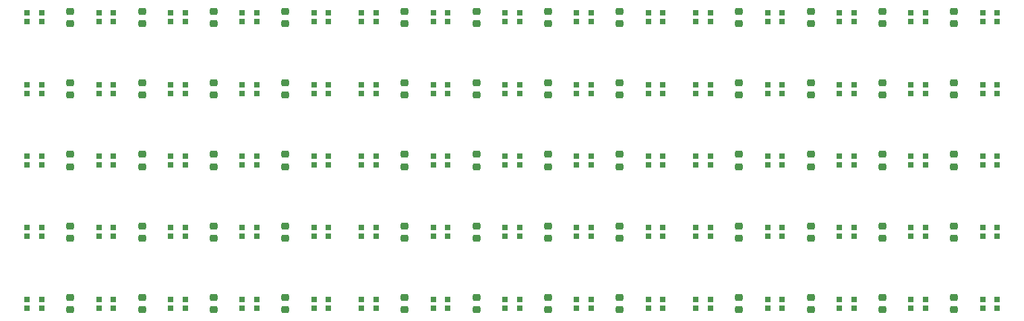
<source format=gbr>
%TF.GenerationSoftware,KiCad,Pcbnew,(6.0.0-0)*%
%TF.CreationDate,2022-10-21T10:58:34+11:00*%
%TF.ProjectId,cube_face_panel,63756265-5f66-4616-9365-5f70616e656c,rev?*%
%TF.SameCoordinates,Original*%
%TF.FileFunction,Paste,Top*%
%TF.FilePolarity,Positive*%
%FSLAX46Y46*%
G04 Gerber Fmt 4.6, Leading zero omitted, Abs format (unit mm)*
G04 Created by KiCad (PCBNEW (6.0.0-0)) date 2022-10-21 10:58:34*
%MOMM*%
%LPD*%
G01*
G04 APERTURE LIST*
G04 Aperture macros list*
%AMRoundRect*
0 Rectangle with rounded corners*
0 $1 Rounding radius*
0 $2 $3 $4 $5 $6 $7 $8 $9 X,Y pos of 4 corners*
0 Add a 4 corners polygon primitive as box body*
4,1,4,$2,$3,$4,$5,$6,$7,$8,$9,$2,$3,0*
0 Add four circle primitives for the rounded corners*
1,1,$1+$1,$2,$3*
1,1,$1+$1,$4,$5*
1,1,$1+$1,$6,$7*
1,1,$1+$1,$8,$9*
0 Add four rect primitives between the rounded corners*
20,1,$1+$1,$2,$3,$4,$5,0*
20,1,$1+$1,$4,$5,$6,$7,0*
20,1,$1+$1,$6,$7,$8,$9,0*
20,1,$1+$1,$8,$9,$2,$3,0*%
G04 Aperture macros list end*
%ADD10RoundRect,0.225000X0.250000X-0.225000X0.250000X0.225000X-0.250000X0.225000X-0.250000X-0.225000X0*%
%ADD11RoundRect,0.225000X-0.250000X0.225000X-0.250000X-0.225000X0.250000X-0.225000X0.250000X0.225000X0*%
%ADD12R,0.700000X0.700000*%
G04 APERTURE END LIST*
D10*
%TO.C,C9*%
X111500000Y-75775000D03*
X111500000Y-74225000D03*
%TD*%
D11*
%TO.C,C35*%
X171500000Y-83225000D03*
X171500000Y-84775000D03*
%TD*%
D10*
%TO.C,C31*%
X171500000Y-75775000D03*
X171500000Y-74225000D03*
%TD*%
D11*
%TO.C,C16*%
X138500000Y-83225000D03*
X138500000Y-84775000D03*
%TD*%
%TO.C,C5*%
X111500000Y-65225000D03*
X111500000Y-66775000D03*
%TD*%
%TO.C,C47*%
X213500000Y-65225000D03*
X213500000Y-66775000D03*
%TD*%
D10*
%TO.C,C10*%
X120500000Y-75775000D03*
X120500000Y-74225000D03*
%TD*%
%TO.C,C37*%
X153500000Y-93775000D03*
X153500000Y-92225000D03*
%TD*%
%TO.C,C1*%
X111500000Y-57775000D03*
X111500000Y-56225000D03*
%TD*%
%TO.C,C57*%
X195500000Y-93775000D03*
X195500000Y-92225000D03*
%TD*%
D11*
%TO.C,C34*%
X162500000Y-83225000D03*
X162500000Y-84775000D03*
%TD*%
D10*
%TO.C,C21*%
X153500000Y-57775000D03*
X153500000Y-56225000D03*
%TD*%
%TO.C,C12*%
X138500000Y-75775000D03*
X138500000Y-74225000D03*
%TD*%
D11*
%TO.C,C14*%
X120500000Y-83225000D03*
X120500000Y-84775000D03*
%TD*%
D10*
%TO.C,C51*%
X213500000Y-75775000D03*
X213500000Y-74225000D03*
%TD*%
D11*
%TO.C,C25*%
X153500000Y-65225000D03*
X153500000Y-66775000D03*
%TD*%
D10*
%TO.C,C29*%
X153500000Y-75775000D03*
X153500000Y-74225000D03*
%TD*%
D11*
%TO.C,C56*%
X222500000Y-83225000D03*
X222500000Y-84775000D03*
%TD*%
%TO.C,C48*%
X222500000Y-65225000D03*
X222500000Y-66775000D03*
%TD*%
D10*
%TO.C,C59*%
X213500000Y-93775000D03*
X213500000Y-92225000D03*
%TD*%
D11*
%TO.C,C28*%
X180500000Y-65225000D03*
X180500000Y-66775000D03*
%TD*%
D10*
%TO.C,C3*%
X129500000Y-57775000D03*
X129500000Y-56225000D03*
%TD*%
%TO.C,C39*%
X171500000Y-93775000D03*
X171500000Y-92225000D03*
%TD*%
D11*
%TO.C,C26*%
X162500000Y-65225000D03*
X162500000Y-66775000D03*
%TD*%
D10*
%TO.C,C43*%
X213500000Y-57775000D03*
X213500000Y-56225000D03*
%TD*%
D11*
%TO.C,C36*%
X180500000Y-83225000D03*
X180500000Y-84775000D03*
%TD*%
%TO.C,C27*%
X171500000Y-65225000D03*
X171500000Y-66775000D03*
%TD*%
D10*
%TO.C,C32*%
X180500000Y-75775000D03*
X180500000Y-74225000D03*
%TD*%
D11*
%TO.C,C15*%
X129500000Y-83225000D03*
X129500000Y-84775000D03*
%TD*%
%TO.C,C8*%
X138500000Y-65225000D03*
X138500000Y-66775000D03*
%TD*%
D10*
%TO.C,C58*%
X204500000Y-93775000D03*
X204500000Y-92225000D03*
%TD*%
%TO.C,C2*%
X120500000Y-57775000D03*
X120500000Y-56225000D03*
%TD*%
%TO.C,C22*%
X162500000Y-57775000D03*
X162500000Y-56225000D03*
%TD*%
%TO.C,C17*%
X111500000Y-93775000D03*
X111500000Y-92225000D03*
%TD*%
D11*
%TO.C,C45*%
X195500000Y-65225000D03*
X195500000Y-66775000D03*
%TD*%
D10*
%TO.C,C19*%
X129500000Y-93775000D03*
X129500000Y-92225000D03*
%TD*%
D11*
%TO.C,C53*%
X195500000Y-83225000D03*
X195500000Y-84775000D03*
%TD*%
D10*
%TO.C,C4*%
X138500000Y-57775000D03*
X138500000Y-56225000D03*
%TD*%
%TO.C,C23*%
X171500000Y-57775000D03*
X171500000Y-56225000D03*
%TD*%
%TO.C,C60*%
X222500000Y-93775000D03*
X222500000Y-92225000D03*
%TD*%
D11*
%TO.C,C54*%
X204500000Y-83225000D03*
X204500000Y-84775000D03*
%TD*%
D10*
%TO.C,C20*%
X138500000Y-93775000D03*
X138500000Y-92225000D03*
%TD*%
%TO.C,C24*%
X180500000Y-57775000D03*
X180500000Y-56225000D03*
%TD*%
D11*
%TO.C,C33*%
X153500000Y-83225000D03*
X153500000Y-84775000D03*
%TD*%
%TO.C,C46*%
X204500000Y-65225000D03*
X204500000Y-66775000D03*
%TD*%
D10*
%TO.C,C41*%
X195500000Y-57775000D03*
X195500000Y-56225000D03*
%TD*%
%TO.C,C52*%
X222500000Y-75775000D03*
X222500000Y-74225000D03*
%TD*%
%TO.C,C38*%
X162500000Y-93775000D03*
X162500000Y-92225000D03*
%TD*%
%TO.C,C11*%
X129500000Y-75775000D03*
X129500000Y-74225000D03*
%TD*%
%TO.C,C44*%
X222500000Y-57775000D03*
X222500000Y-56225000D03*
%TD*%
D11*
%TO.C,C13*%
X111500000Y-83225000D03*
X111500000Y-84775000D03*
%TD*%
D10*
%TO.C,C42*%
X204500000Y-57775000D03*
X204500000Y-56225000D03*
%TD*%
D11*
%TO.C,C7*%
X129500000Y-65225000D03*
X129500000Y-66775000D03*
%TD*%
D10*
%TO.C,C30*%
X162500000Y-75775000D03*
X162500000Y-74225000D03*
%TD*%
D11*
%TO.C,C6*%
X120500000Y-65225000D03*
X120500000Y-66775000D03*
%TD*%
%TO.C,C55*%
X213500000Y-83225000D03*
X213500000Y-84775000D03*
%TD*%
D10*
%TO.C,C49*%
X195500000Y-75775000D03*
X195500000Y-74225000D03*
%TD*%
%TO.C,C18*%
X120500000Y-93775000D03*
X120500000Y-92225000D03*
%TD*%
%TO.C,C50*%
X204500000Y-75775000D03*
X204500000Y-74225000D03*
%TD*%
%TO.C,C40*%
X180500000Y-93775000D03*
X180500000Y-92225000D03*
%TD*%
D12*
%TO.C,D33*%
X158915000Y-75550000D03*
X158915000Y-74450000D03*
X157085000Y-74450000D03*
X157085000Y-75550000D03*
%TD*%
%TO.C,D38*%
X167915000Y-75550000D03*
X167915000Y-74450000D03*
X166085000Y-74450000D03*
X166085000Y-75550000D03*
%TD*%
%TO.C,D59*%
X217085000Y-83450000D03*
X217085000Y-84550000D03*
X218915000Y-84550000D03*
X218915000Y-83450000D03*
%TD*%
%TO.C,D67*%
X199085000Y-65450000D03*
X199085000Y-66550000D03*
X200915000Y-66550000D03*
X200915000Y-65450000D03*
%TD*%
%TO.C,D43*%
X176915000Y-75550000D03*
X176915000Y-74450000D03*
X175085000Y-74450000D03*
X175085000Y-75550000D03*
%TD*%
%TO.C,D51*%
X191915000Y-57550000D03*
X191915000Y-56450000D03*
X190085000Y-56450000D03*
X190085000Y-57550000D03*
%TD*%
%TO.C,D75*%
X227915000Y-93550000D03*
X227915000Y-92450000D03*
X226085000Y-92450000D03*
X226085000Y-93550000D03*
%TD*%
%TO.C,D50*%
X185915000Y-93550000D03*
X185915000Y-92450000D03*
X184085000Y-92450000D03*
X184085000Y-93550000D03*
%TD*%
%TO.C,D74*%
X190085000Y-83450000D03*
X190085000Y-84550000D03*
X191915000Y-84550000D03*
X191915000Y-83450000D03*
%TD*%
%TO.C,D10*%
X116915000Y-93550000D03*
X116915000Y-92450000D03*
X115085000Y-92450000D03*
X115085000Y-93550000D03*
%TD*%
%TO.C,D31*%
X158915000Y-57550000D03*
X158915000Y-56450000D03*
X157085000Y-56450000D03*
X157085000Y-57550000D03*
%TD*%
%TO.C,D45*%
X176915000Y-93550000D03*
X176915000Y-92450000D03*
X175085000Y-92450000D03*
X175085000Y-93550000D03*
%TD*%
%TO.C,D13*%
X125915000Y-75550000D03*
X125915000Y-74450000D03*
X124085000Y-74450000D03*
X124085000Y-75550000D03*
%TD*%
%TO.C,D2*%
X142085000Y-65450000D03*
X142085000Y-66550000D03*
X143915000Y-66550000D03*
X143915000Y-65450000D03*
%TD*%
%TO.C,D30*%
X149915000Y-93550000D03*
X149915000Y-92450000D03*
X148085000Y-92450000D03*
X148085000Y-93550000D03*
%TD*%
%TO.C,D15*%
X125915000Y-93550000D03*
X125915000Y-92450000D03*
X124085000Y-92450000D03*
X124085000Y-93550000D03*
%TD*%
%TO.C,D18*%
X134915000Y-75550000D03*
X134915000Y-74450000D03*
X133085000Y-74450000D03*
X133085000Y-75550000D03*
%TD*%
%TO.C,D57*%
X217085000Y-65450000D03*
X217085000Y-66550000D03*
X218915000Y-66550000D03*
X218915000Y-65450000D03*
%TD*%
%TO.C,D52*%
X226085000Y-65450000D03*
X226085000Y-66550000D03*
X227915000Y-66550000D03*
X227915000Y-65450000D03*
%TD*%
%TO.C,D16*%
X134915000Y-57550000D03*
X134915000Y-56450000D03*
X133085000Y-56450000D03*
X133085000Y-57550000D03*
%TD*%
%TO.C,D48*%
X185915000Y-75550000D03*
X185915000Y-74450000D03*
X184085000Y-74450000D03*
X184085000Y-75550000D03*
%TD*%
%TO.C,D14*%
X124085000Y-83450000D03*
X124085000Y-84550000D03*
X125915000Y-84550000D03*
X125915000Y-83450000D03*
%TD*%
%TO.C,D9*%
X133085000Y-83450000D03*
X133085000Y-84550000D03*
X134915000Y-84550000D03*
X134915000Y-83450000D03*
%TD*%
%TO.C,D28*%
X149915000Y-75550000D03*
X149915000Y-74450000D03*
X148085000Y-74450000D03*
X148085000Y-75550000D03*
%TD*%
%TO.C,D3*%
X107915000Y-75550000D03*
X107915000Y-74450000D03*
X106085000Y-74450000D03*
X106085000Y-75550000D03*
%TD*%
%TO.C,D37*%
X166085000Y-65450000D03*
X166085000Y-66550000D03*
X167915000Y-66550000D03*
X167915000Y-65450000D03*
%TD*%
%TO.C,D21*%
X143915000Y-57550000D03*
X143915000Y-56450000D03*
X142085000Y-56450000D03*
X142085000Y-57550000D03*
%TD*%
%TO.C,D55*%
X191915000Y-93550000D03*
X191915000Y-92450000D03*
X190085000Y-92450000D03*
X190085000Y-93550000D03*
%TD*%
%TO.C,D6*%
X116915000Y-57550000D03*
X116915000Y-56450000D03*
X115085000Y-56450000D03*
X115085000Y-57550000D03*
%TD*%
%TO.C,D35*%
X158915000Y-93550000D03*
X158915000Y-92450000D03*
X157085000Y-92450000D03*
X157085000Y-93550000D03*
%TD*%
%TO.C,D54*%
X226085000Y-83450000D03*
X226085000Y-84550000D03*
X227915000Y-84550000D03*
X227915000Y-83450000D03*
%TD*%
%TO.C,D44*%
X157085000Y-83450000D03*
X157085000Y-84550000D03*
X158915000Y-84550000D03*
X158915000Y-83450000D03*
%TD*%
%TO.C,D27*%
X184085000Y-65450000D03*
X184085000Y-66550000D03*
X185915000Y-66550000D03*
X185915000Y-65450000D03*
%TD*%
%TO.C,D12*%
X124085000Y-65450000D03*
X124085000Y-66550000D03*
X125915000Y-66550000D03*
X125915000Y-65450000D03*
%TD*%
%TO.C,D40*%
X167915000Y-93550000D03*
X167915000Y-92450000D03*
X166085000Y-92450000D03*
X166085000Y-93550000D03*
%TD*%
%TO.C,D23*%
X143915000Y-75550000D03*
X143915000Y-74450000D03*
X142085000Y-74450000D03*
X142085000Y-75550000D03*
%TD*%
%TO.C,D58*%
X200915000Y-75550000D03*
X200915000Y-74450000D03*
X199085000Y-74450000D03*
X199085000Y-75550000D03*
%TD*%
%TO.C,D7*%
X133085000Y-65450000D03*
X133085000Y-66550000D03*
X134915000Y-66550000D03*
X134915000Y-65450000D03*
%TD*%
%TO.C,D41*%
X176915000Y-57550000D03*
X176915000Y-56450000D03*
X175085000Y-56450000D03*
X175085000Y-57550000D03*
%TD*%
%TO.C,D32*%
X175085000Y-65450000D03*
X175085000Y-66550000D03*
X176915000Y-66550000D03*
X176915000Y-65450000D03*
%TD*%
%TO.C,D39*%
X166085000Y-83450000D03*
X166085000Y-84550000D03*
X167915000Y-84550000D03*
X167915000Y-83450000D03*
%TD*%
%TO.C,D66*%
X218915000Y-57550000D03*
X218915000Y-56450000D03*
X217085000Y-56450000D03*
X217085000Y-57550000D03*
%TD*%
%TO.C,D70*%
X218915000Y-93550000D03*
X218915000Y-92450000D03*
X217085000Y-92450000D03*
X217085000Y-93550000D03*
%TD*%
%TO.C,D17*%
X115085000Y-65450000D03*
X115085000Y-66550000D03*
X116915000Y-66550000D03*
X116915000Y-65450000D03*
%TD*%
%TO.C,D60*%
X200915000Y-93550000D03*
X200915000Y-92450000D03*
X199085000Y-92450000D03*
X199085000Y-93550000D03*
%TD*%
%TO.C,D24*%
X106085000Y-83450000D03*
X106085000Y-84550000D03*
X107915000Y-84550000D03*
X107915000Y-83450000D03*
%TD*%
%TO.C,D1*%
X107915000Y-57550000D03*
X107915000Y-56450000D03*
X106085000Y-56450000D03*
X106085000Y-57550000D03*
%TD*%
%TO.C,D29*%
X184085000Y-83450000D03*
X184085000Y-84550000D03*
X185915000Y-84550000D03*
X185915000Y-83450000D03*
%TD*%
%TO.C,D49*%
X148085000Y-83450000D03*
X148085000Y-84550000D03*
X149915000Y-84550000D03*
X149915000Y-83450000D03*
%TD*%
%TO.C,D53*%
X191915000Y-75550000D03*
X191915000Y-74450000D03*
X190085000Y-74450000D03*
X190085000Y-75550000D03*
%TD*%
%TO.C,D20*%
X134915000Y-93550000D03*
X134915000Y-92450000D03*
X133085000Y-92450000D03*
X133085000Y-93550000D03*
%TD*%
%TO.C,D26*%
X149915000Y-57550000D03*
X149915000Y-56450000D03*
X148085000Y-56450000D03*
X148085000Y-57550000D03*
%TD*%
%TO.C,D56*%
X200915000Y-57550000D03*
X200915000Y-56450000D03*
X199085000Y-56450000D03*
X199085000Y-57550000D03*
%TD*%
%TO.C,D69*%
X199085000Y-83450000D03*
X199085000Y-84550000D03*
X200915000Y-84550000D03*
X200915000Y-83450000D03*
%TD*%
%TO.C,D61*%
X209915000Y-57550000D03*
X209915000Y-56450000D03*
X208085000Y-56450000D03*
X208085000Y-57550000D03*
%TD*%
%TO.C,D62*%
X208085000Y-65450000D03*
X208085000Y-66550000D03*
X209915000Y-66550000D03*
X209915000Y-65450000D03*
%TD*%
%TO.C,D25*%
X143915000Y-93550000D03*
X143915000Y-92450000D03*
X142085000Y-92450000D03*
X142085000Y-93550000D03*
%TD*%
%TO.C,D63*%
X209915000Y-75550000D03*
X209915000Y-74450000D03*
X208085000Y-74450000D03*
X208085000Y-75550000D03*
%TD*%
%TO.C,D8*%
X116915000Y-75550000D03*
X116915000Y-74450000D03*
X115085000Y-74450000D03*
X115085000Y-75550000D03*
%TD*%
%TO.C,D5*%
X107915000Y-93550000D03*
X107915000Y-92450000D03*
X106085000Y-92450000D03*
X106085000Y-93550000D03*
%TD*%
%TO.C,D64*%
X208085000Y-83450000D03*
X208085000Y-84550000D03*
X209915000Y-84550000D03*
X209915000Y-83450000D03*
%TD*%
%TO.C,D11*%
X125915000Y-57550000D03*
X125915000Y-56450000D03*
X124085000Y-56450000D03*
X124085000Y-57550000D03*
%TD*%
%TO.C,D19*%
X115085000Y-83450000D03*
X115085000Y-84550000D03*
X116915000Y-84550000D03*
X116915000Y-83450000D03*
%TD*%
%TO.C,D22*%
X106085000Y-65450000D03*
X106085000Y-66550000D03*
X107915000Y-66550000D03*
X107915000Y-65450000D03*
%TD*%
%TO.C,D73*%
X227915000Y-75550000D03*
X227915000Y-74450000D03*
X226085000Y-74450000D03*
X226085000Y-75550000D03*
%TD*%
%TO.C,D46*%
X185915000Y-57550000D03*
X185915000Y-56450000D03*
X184085000Y-56450000D03*
X184085000Y-57550000D03*
%TD*%
%TO.C,D4*%
X142085000Y-83450000D03*
X142085000Y-84550000D03*
X143915000Y-84550000D03*
X143915000Y-83450000D03*
%TD*%
%TO.C,D68*%
X218915000Y-75550000D03*
X218915000Y-74450000D03*
X217085000Y-74450000D03*
X217085000Y-75550000D03*
%TD*%
%TO.C,D36*%
X167915000Y-57550000D03*
X167915000Y-56450000D03*
X166085000Y-56450000D03*
X166085000Y-57550000D03*
%TD*%
%TO.C,D71*%
X227915000Y-57550000D03*
X227915000Y-56450000D03*
X226085000Y-56450000D03*
X226085000Y-57550000D03*
%TD*%
%TO.C,D65*%
X209915000Y-93550000D03*
X209915000Y-92450000D03*
X208085000Y-92450000D03*
X208085000Y-93550000D03*
%TD*%
%TO.C,D34*%
X175085000Y-83450000D03*
X175085000Y-84550000D03*
X176915000Y-84550000D03*
X176915000Y-83450000D03*
%TD*%
%TO.C,D72*%
X190085000Y-65450000D03*
X190085000Y-66550000D03*
X191915000Y-66550000D03*
X191915000Y-65450000D03*
%TD*%
%TO.C,D47*%
X148085000Y-65450000D03*
X148085000Y-66550000D03*
X149915000Y-66550000D03*
X149915000Y-65450000D03*
%TD*%
%TO.C,D42*%
X157085000Y-65450000D03*
X157085000Y-66550000D03*
X158915000Y-66550000D03*
X158915000Y-65450000D03*
%TD*%
M02*

</source>
